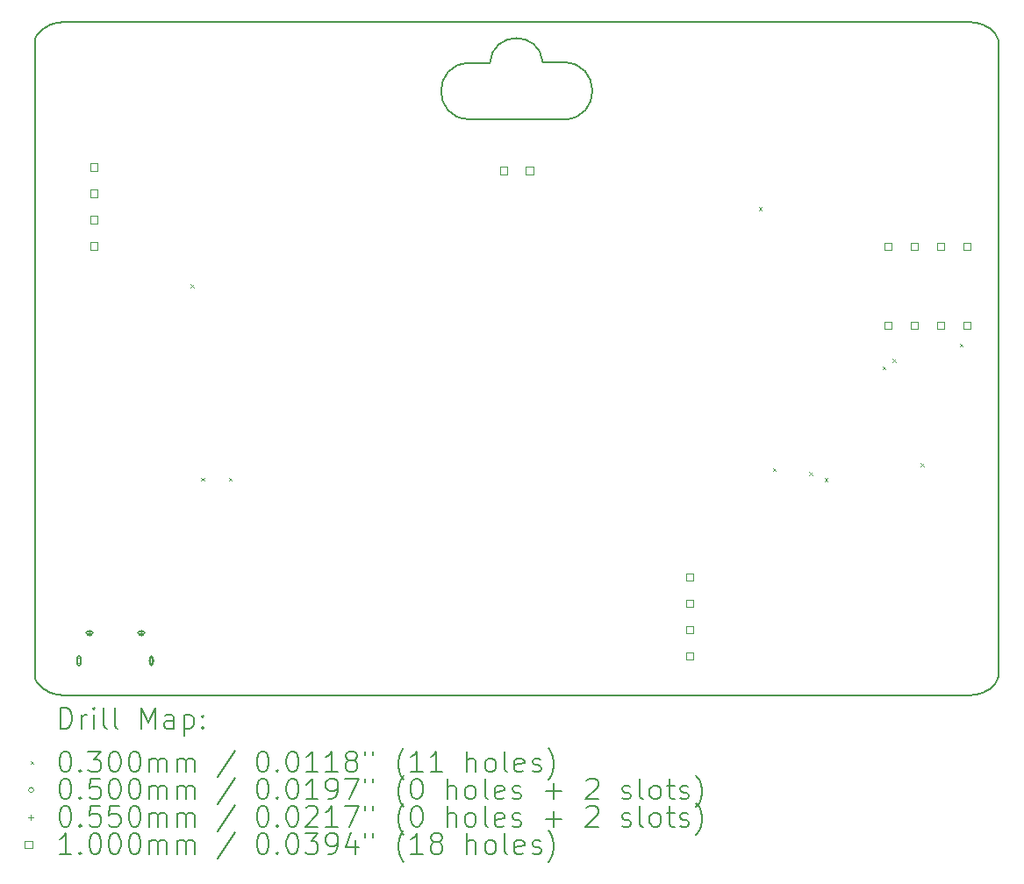
<source format=gbr>
%FSLAX45Y45*%
G04 Gerber Fmt 4.5, Leading zero omitted, Abs format (unit mm)*
G04 Created by KiCad (PCBNEW (6.0.0)) date 2022-02-16 09:51:41*
%MOMM*%
%LPD*%
G01*
G04 APERTURE LIST*
%TA.AperFunction,Profile*%
%ADD10C,0.150000*%
%TD*%
%ADD11C,0.200000*%
%TA.AperFunction,Profile*%
%ADD12C,0.200000*%
%TD*%
%ADD13C,0.030000*%
%ADD14C,0.050000*%
%ADD15C,0.055000*%
%ADD16C,0.100000*%
G04 APERTURE END LIST*
D10*
X15709662Y-7083487D02*
X14786662Y-7080487D01*
X14791667Y-6536481D02*
X14992662Y-6536487D01*
X15703662Y-6532487D02*
X15502662Y-6531487D01*
X15502662Y-6531487D02*
G75*
G03*
X14992662Y-6536487I-254802J-22701D01*
G01*
X14791667Y-6539480D02*
G75*
G03*
X14786662Y-7080487I0J-270527D01*
G01*
X15709662Y-7083487D02*
G75*
G03*
X15703662Y-6532487I-4164J275487D01*
G01*
D11*
X19900999Y-12441083D02*
X19899456Y-12461785D01*
X19894925Y-12481876D01*
X19887556Y-12501256D01*
X19877496Y-12519825D01*
X19864894Y-12537482D01*
X19849899Y-12554129D01*
X19832660Y-12569665D01*
X19813324Y-12583990D01*
X19792041Y-12597004D01*
X19768958Y-12608607D01*
X19744225Y-12618699D01*
X19717990Y-12627181D01*
X19690401Y-12633951D01*
X19661607Y-12638911D01*
X19631757Y-12641961D01*
X19600999Y-12642999D01*
X19600999Y-6143000D02*
X19631757Y-6144039D01*
X19661607Y-6147088D01*
X19690401Y-6152048D01*
X19717990Y-6158819D01*
X19744225Y-6167300D01*
X19768958Y-6177393D01*
X19792041Y-6188996D01*
X19813324Y-6202010D01*
X19832660Y-6216335D01*
X19849899Y-6231871D01*
X19864894Y-6248517D01*
X19877496Y-6266175D01*
X19887556Y-6284744D01*
X19894925Y-6304123D01*
X19899456Y-6324214D01*
X19900999Y-6344916D01*
D12*
X10901000Y-6143000D02*
X10901000Y-6143000D01*
D11*
X10901000Y-12642999D02*
X10870242Y-12641961D01*
X10840392Y-12638911D01*
X10811598Y-12633951D01*
X10784009Y-12627181D01*
X10757774Y-12618699D01*
X10733041Y-12608607D01*
X10709958Y-12597004D01*
X10688675Y-12583990D01*
X10669339Y-12569665D01*
X10652099Y-12554129D01*
X10637104Y-12537482D01*
X10624503Y-12519825D01*
X10614443Y-12501256D01*
X10607073Y-12481876D01*
X10602543Y-12461785D01*
X10601000Y-12441083D01*
D12*
X19600999Y-12642999D02*
X10901000Y-12642999D01*
X19900999Y-6344916D02*
X19900999Y-12441083D01*
D11*
X10601000Y-6344916D02*
X10602543Y-6324214D01*
X10607073Y-6304123D01*
X10614443Y-6284744D01*
X10624503Y-6266175D01*
X10637104Y-6248517D01*
X10652099Y-6231871D01*
X10669339Y-6216335D01*
X10688675Y-6202010D01*
X10709958Y-6188996D01*
X10733041Y-6177393D01*
X10757774Y-6167300D01*
X10784009Y-6158819D01*
X10811598Y-6152048D01*
X10840392Y-6147088D01*
X10870242Y-6144039D01*
X10901000Y-6143000D01*
D12*
X10601000Y-12441083D02*
X10601000Y-6344916D01*
X10901000Y-6143000D02*
X19600999Y-6143000D01*
D11*
D13*
X12105000Y-8675000D02*
X12135000Y-8705000D01*
X12135000Y-8675000D02*
X12105000Y-8705000D01*
X12204000Y-10544000D02*
X12234000Y-10574000D01*
X12234000Y-10544000D02*
X12204000Y-10574000D01*
X12474000Y-10542000D02*
X12504000Y-10572000D01*
X12504000Y-10542000D02*
X12474000Y-10572000D01*
X17585000Y-7931000D02*
X17615000Y-7961000D01*
X17615000Y-7931000D02*
X17585000Y-7961000D01*
X17724000Y-10449000D02*
X17754000Y-10479000D01*
X17754000Y-10449000D02*
X17724000Y-10479000D01*
X18074000Y-10488630D02*
X18104000Y-10518630D01*
X18104000Y-10488630D02*
X18074000Y-10518630D01*
X18223000Y-10547000D02*
X18253000Y-10577000D01*
X18253000Y-10547000D02*
X18223000Y-10577000D01*
X18782000Y-9469000D02*
X18812000Y-9499000D01*
X18812000Y-9469000D02*
X18782000Y-9499000D01*
X18880000Y-9396000D02*
X18910000Y-9426000D01*
X18910000Y-9396000D02*
X18880000Y-9426000D01*
X19149300Y-10401540D02*
X19179300Y-10431540D01*
X19179300Y-10401540D02*
X19149300Y-10431540D01*
X19527000Y-9248000D02*
X19557000Y-9278000D01*
X19557000Y-9248000D02*
X19527000Y-9278000D01*
D14*
X11052676Y-12309854D02*
G75*
G03*
X11052676Y-12309854I-25000J0D01*
G01*
D11*
X11042676Y-12342354D02*
X11042676Y-12277354D01*
X11012676Y-12342354D02*
X11012676Y-12277354D01*
X11042676Y-12277354D02*
G75*
G03*
X11012676Y-12277354I-15000J0D01*
G01*
X11012676Y-12342354D02*
G75*
G03*
X11042676Y-12342354I15000J0D01*
G01*
D14*
X11752676Y-12309854D02*
G75*
G03*
X11752676Y-12309854I-25000J0D01*
G01*
D11*
X11742676Y-12342354D02*
X11742676Y-12277354D01*
X11712676Y-12342354D02*
X11712676Y-12277354D01*
X11742676Y-12277354D02*
G75*
G03*
X11712676Y-12277354I-15000J0D01*
G01*
X11712676Y-12342354D02*
G75*
G03*
X11742676Y-12342354I15000J0D01*
G01*
D15*
X11127676Y-12012354D02*
X11127676Y-12067354D01*
X11100176Y-12039854D02*
X11155176Y-12039854D01*
D11*
X11142676Y-12022354D02*
X11112676Y-12022354D01*
X11142676Y-12057354D02*
X11112676Y-12057354D01*
X11112676Y-12022354D02*
G75*
G03*
X11112676Y-12057354I0J-17500D01*
G01*
X11142676Y-12057354D02*
G75*
G03*
X11142676Y-12022354I0J17500D01*
G01*
D15*
X11627676Y-12012354D02*
X11627676Y-12067354D01*
X11600176Y-12039854D02*
X11655176Y-12039854D01*
D11*
X11642676Y-12022354D02*
X11612676Y-12022354D01*
X11642676Y-12057354D02*
X11612676Y-12057354D01*
X11612676Y-12022354D02*
G75*
G03*
X11612676Y-12057354I0J-17500D01*
G01*
X11642676Y-12057354D02*
G75*
G03*
X11642676Y-12022354I0J17500D01*
G01*
D16*
X11206276Y-7579156D02*
X11206276Y-7508444D01*
X11135564Y-7508444D01*
X11135564Y-7579156D01*
X11206276Y-7579156D01*
X11206276Y-7833156D02*
X11206276Y-7762444D01*
X11135564Y-7762444D01*
X11135564Y-7833156D01*
X11206276Y-7833156D01*
X11206276Y-8087156D02*
X11206276Y-8016444D01*
X11135564Y-8016444D01*
X11135564Y-8087156D01*
X11206276Y-8087156D01*
X11206276Y-8341156D02*
X11206276Y-8270444D01*
X11135564Y-8270444D01*
X11135564Y-8341156D01*
X11206276Y-8341156D01*
X15160356Y-7611356D02*
X15160356Y-7540644D01*
X15089644Y-7540644D01*
X15089644Y-7611356D01*
X15160356Y-7611356D01*
X15410356Y-7611356D02*
X15410356Y-7540644D01*
X15339644Y-7540644D01*
X15339644Y-7611356D01*
X15410356Y-7611356D01*
X16954876Y-11537936D02*
X16954876Y-11467224D01*
X16884164Y-11467224D01*
X16884164Y-11537936D01*
X16954876Y-11537936D01*
X16954876Y-11791936D02*
X16954876Y-11721224D01*
X16884164Y-11721224D01*
X16884164Y-11791936D01*
X16954876Y-11791936D01*
X16954876Y-12045936D02*
X16954876Y-11975224D01*
X16884164Y-11975224D01*
X16884164Y-12045936D01*
X16954876Y-12045936D01*
X16954876Y-12299936D02*
X16954876Y-12229224D01*
X16884164Y-12229224D01*
X16884164Y-12299936D01*
X16954876Y-12299936D01*
X18867916Y-8343696D02*
X18867916Y-8272984D01*
X18797204Y-8272984D01*
X18797204Y-8343696D01*
X18867916Y-8343696D01*
X18867916Y-9105696D02*
X18867916Y-9034984D01*
X18797204Y-9034984D01*
X18797204Y-9105696D01*
X18867916Y-9105696D01*
X19121916Y-8343696D02*
X19121916Y-8272984D01*
X19051204Y-8272984D01*
X19051204Y-8343696D01*
X19121916Y-8343696D01*
X19121916Y-9105696D02*
X19121916Y-9034984D01*
X19051204Y-9034984D01*
X19051204Y-9105696D01*
X19121916Y-9105696D01*
X19375916Y-8343696D02*
X19375916Y-8272984D01*
X19305204Y-8272984D01*
X19305204Y-8343696D01*
X19375916Y-8343696D01*
X19375916Y-9105696D02*
X19375916Y-9034984D01*
X19305204Y-9034984D01*
X19305204Y-9105696D01*
X19375916Y-9105696D01*
X19629916Y-8343696D02*
X19629916Y-8272984D01*
X19559204Y-8272984D01*
X19559204Y-8343696D01*
X19629916Y-8343696D01*
X19629916Y-9105696D02*
X19629916Y-9034984D01*
X19559204Y-9034984D01*
X19559204Y-9105696D01*
X19629916Y-9105696D01*
D11*
X10848619Y-12963476D02*
X10848619Y-12763476D01*
X10896238Y-12763476D01*
X10924809Y-12772999D01*
X10943857Y-12792047D01*
X10953381Y-12811095D01*
X10962904Y-12849190D01*
X10962904Y-12877761D01*
X10953381Y-12915857D01*
X10943857Y-12934904D01*
X10924809Y-12953952D01*
X10896238Y-12963476D01*
X10848619Y-12963476D01*
X11048619Y-12963476D02*
X11048619Y-12830142D01*
X11048619Y-12868237D02*
X11058142Y-12849190D01*
X11067666Y-12839666D01*
X11086714Y-12830142D01*
X11105762Y-12830142D01*
X11172428Y-12963476D02*
X11172428Y-12830142D01*
X11172428Y-12763476D02*
X11162904Y-12772999D01*
X11172428Y-12782523D01*
X11181952Y-12772999D01*
X11172428Y-12763476D01*
X11172428Y-12782523D01*
X11296238Y-12963476D02*
X11277190Y-12953952D01*
X11267666Y-12934904D01*
X11267666Y-12763476D01*
X11401000Y-12963476D02*
X11381952Y-12953952D01*
X11372428Y-12934904D01*
X11372428Y-12763476D01*
X11629571Y-12963476D02*
X11629571Y-12763476D01*
X11696238Y-12906333D01*
X11762904Y-12763476D01*
X11762904Y-12963476D01*
X11943857Y-12963476D02*
X11943857Y-12858714D01*
X11934333Y-12839666D01*
X11915285Y-12830142D01*
X11877190Y-12830142D01*
X11858142Y-12839666D01*
X11943857Y-12953952D02*
X11924809Y-12963476D01*
X11877190Y-12963476D01*
X11858142Y-12953952D01*
X11848619Y-12934904D01*
X11848619Y-12915857D01*
X11858142Y-12896809D01*
X11877190Y-12887285D01*
X11924809Y-12887285D01*
X11943857Y-12877761D01*
X12039095Y-12830142D02*
X12039095Y-13030142D01*
X12039095Y-12839666D02*
X12058142Y-12830142D01*
X12096238Y-12830142D01*
X12115285Y-12839666D01*
X12124809Y-12849190D01*
X12134333Y-12868237D01*
X12134333Y-12925380D01*
X12124809Y-12944428D01*
X12115285Y-12953952D01*
X12096238Y-12963476D01*
X12058142Y-12963476D01*
X12039095Y-12953952D01*
X12220047Y-12944428D02*
X12229571Y-12953952D01*
X12220047Y-12963476D01*
X12210523Y-12953952D01*
X12220047Y-12944428D01*
X12220047Y-12963476D01*
X12220047Y-12839666D02*
X12229571Y-12849190D01*
X12220047Y-12858714D01*
X12210523Y-12849190D01*
X12220047Y-12839666D01*
X12220047Y-12858714D01*
D13*
X10561000Y-13277999D02*
X10591000Y-13307999D01*
X10591000Y-13277999D02*
X10561000Y-13307999D01*
D11*
X10886714Y-13183476D02*
X10905762Y-13183476D01*
X10924809Y-13192999D01*
X10934333Y-13202523D01*
X10943857Y-13221571D01*
X10953381Y-13259666D01*
X10953381Y-13307285D01*
X10943857Y-13345380D01*
X10934333Y-13364428D01*
X10924809Y-13373952D01*
X10905762Y-13383476D01*
X10886714Y-13383476D01*
X10867666Y-13373952D01*
X10858142Y-13364428D01*
X10848619Y-13345380D01*
X10839095Y-13307285D01*
X10839095Y-13259666D01*
X10848619Y-13221571D01*
X10858142Y-13202523D01*
X10867666Y-13192999D01*
X10886714Y-13183476D01*
X11039095Y-13364428D02*
X11048619Y-13373952D01*
X11039095Y-13383476D01*
X11029571Y-13373952D01*
X11039095Y-13364428D01*
X11039095Y-13383476D01*
X11115285Y-13183476D02*
X11239095Y-13183476D01*
X11172428Y-13259666D01*
X11201000Y-13259666D01*
X11220047Y-13269190D01*
X11229571Y-13278714D01*
X11239095Y-13297761D01*
X11239095Y-13345380D01*
X11229571Y-13364428D01*
X11220047Y-13373952D01*
X11201000Y-13383476D01*
X11143857Y-13383476D01*
X11124809Y-13373952D01*
X11115285Y-13364428D01*
X11362904Y-13183476D02*
X11381952Y-13183476D01*
X11401000Y-13192999D01*
X11410523Y-13202523D01*
X11420047Y-13221571D01*
X11429571Y-13259666D01*
X11429571Y-13307285D01*
X11420047Y-13345380D01*
X11410523Y-13364428D01*
X11401000Y-13373952D01*
X11381952Y-13383476D01*
X11362904Y-13383476D01*
X11343857Y-13373952D01*
X11334333Y-13364428D01*
X11324809Y-13345380D01*
X11315285Y-13307285D01*
X11315285Y-13259666D01*
X11324809Y-13221571D01*
X11334333Y-13202523D01*
X11343857Y-13192999D01*
X11362904Y-13183476D01*
X11553380Y-13183476D02*
X11572428Y-13183476D01*
X11591476Y-13192999D01*
X11601000Y-13202523D01*
X11610523Y-13221571D01*
X11620047Y-13259666D01*
X11620047Y-13307285D01*
X11610523Y-13345380D01*
X11601000Y-13364428D01*
X11591476Y-13373952D01*
X11572428Y-13383476D01*
X11553380Y-13383476D01*
X11534333Y-13373952D01*
X11524809Y-13364428D01*
X11515285Y-13345380D01*
X11505761Y-13307285D01*
X11505761Y-13259666D01*
X11515285Y-13221571D01*
X11524809Y-13202523D01*
X11534333Y-13192999D01*
X11553380Y-13183476D01*
X11705761Y-13383476D02*
X11705761Y-13250142D01*
X11705761Y-13269190D02*
X11715285Y-13259666D01*
X11734333Y-13250142D01*
X11762904Y-13250142D01*
X11781952Y-13259666D01*
X11791476Y-13278714D01*
X11791476Y-13383476D01*
X11791476Y-13278714D02*
X11801000Y-13259666D01*
X11820047Y-13250142D01*
X11848619Y-13250142D01*
X11867666Y-13259666D01*
X11877190Y-13278714D01*
X11877190Y-13383476D01*
X11972428Y-13383476D02*
X11972428Y-13250142D01*
X11972428Y-13269190D02*
X11981952Y-13259666D01*
X12001000Y-13250142D01*
X12029571Y-13250142D01*
X12048619Y-13259666D01*
X12058142Y-13278714D01*
X12058142Y-13383476D01*
X12058142Y-13278714D02*
X12067666Y-13259666D01*
X12086714Y-13250142D01*
X12115285Y-13250142D01*
X12134333Y-13259666D01*
X12143857Y-13278714D01*
X12143857Y-13383476D01*
X12534333Y-13173952D02*
X12362904Y-13431095D01*
X12791476Y-13183476D02*
X12810523Y-13183476D01*
X12829571Y-13192999D01*
X12839095Y-13202523D01*
X12848619Y-13221571D01*
X12858142Y-13259666D01*
X12858142Y-13307285D01*
X12848619Y-13345380D01*
X12839095Y-13364428D01*
X12829571Y-13373952D01*
X12810523Y-13383476D01*
X12791476Y-13383476D01*
X12772428Y-13373952D01*
X12762904Y-13364428D01*
X12753380Y-13345380D01*
X12743857Y-13307285D01*
X12743857Y-13259666D01*
X12753380Y-13221571D01*
X12762904Y-13202523D01*
X12772428Y-13192999D01*
X12791476Y-13183476D01*
X12943857Y-13364428D02*
X12953380Y-13373952D01*
X12943857Y-13383476D01*
X12934333Y-13373952D01*
X12943857Y-13364428D01*
X12943857Y-13383476D01*
X13077190Y-13183476D02*
X13096238Y-13183476D01*
X13115285Y-13192999D01*
X13124809Y-13202523D01*
X13134333Y-13221571D01*
X13143857Y-13259666D01*
X13143857Y-13307285D01*
X13134333Y-13345380D01*
X13124809Y-13364428D01*
X13115285Y-13373952D01*
X13096238Y-13383476D01*
X13077190Y-13383476D01*
X13058142Y-13373952D01*
X13048619Y-13364428D01*
X13039095Y-13345380D01*
X13029571Y-13307285D01*
X13029571Y-13259666D01*
X13039095Y-13221571D01*
X13048619Y-13202523D01*
X13058142Y-13192999D01*
X13077190Y-13183476D01*
X13334333Y-13383476D02*
X13220047Y-13383476D01*
X13277190Y-13383476D02*
X13277190Y-13183476D01*
X13258142Y-13212047D01*
X13239095Y-13231095D01*
X13220047Y-13240618D01*
X13524809Y-13383476D02*
X13410523Y-13383476D01*
X13467666Y-13383476D02*
X13467666Y-13183476D01*
X13448619Y-13212047D01*
X13429571Y-13231095D01*
X13410523Y-13240618D01*
X13639095Y-13269190D02*
X13620047Y-13259666D01*
X13610523Y-13250142D01*
X13601000Y-13231095D01*
X13601000Y-13221571D01*
X13610523Y-13202523D01*
X13620047Y-13192999D01*
X13639095Y-13183476D01*
X13677190Y-13183476D01*
X13696238Y-13192999D01*
X13705761Y-13202523D01*
X13715285Y-13221571D01*
X13715285Y-13231095D01*
X13705761Y-13250142D01*
X13696238Y-13259666D01*
X13677190Y-13269190D01*
X13639095Y-13269190D01*
X13620047Y-13278714D01*
X13610523Y-13288237D01*
X13601000Y-13307285D01*
X13601000Y-13345380D01*
X13610523Y-13364428D01*
X13620047Y-13373952D01*
X13639095Y-13383476D01*
X13677190Y-13383476D01*
X13696238Y-13373952D01*
X13705761Y-13364428D01*
X13715285Y-13345380D01*
X13715285Y-13307285D01*
X13705761Y-13288237D01*
X13696238Y-13278714D01*
X13677190Y-13269190D01*
X13791476Y-13183476D02*
X13791476Y-13221571D01*
X13867666Y-13183476D02*
X13867666Y-13221571D01*
X14162904Y-13459666D02*
X14153380Y-13450142D01*
X14134333Y-13421571D01*
X14124809Y-13402523D01*
X14115285Y-13373952D01*
X14105761Y-13326333D01*
X14105761Y-13288237D01*
X14115285Y-13240618D01*
X14124809Y-13212047D01*
X14134333Y-13192999D01*
X14153380Y-13164428D01*
X14162904Y-13154904D01*
X14343857Y-13383476D02*
X14229571Y-13383476D01*
X14286714Y-13383476D02*
X14286714Y-13183476D01*
X14267666Y-13212047D01*
X14248619Y-13231095D01*
X14229571Y-13240618D01*
X14534333Y-13383476D02*
X14420047Y-13383476D01*
X14477190Y-13383476D02*
X14477190Y-13183476D01*
X14458142Y-13212047D01*
X14439095Y-13231095D01*
X14420047Y-13240618D01*
X14772428Y-13383476D02*
X14772428Y-13183476D01*
X14858142Y-13383476D02*
X14858142Y-13278714D01*
X14848619Y-13259666D01*
X14829571Y-13250142D01*
X14800999Y-13250142D01*
X14781952Y-13259666D01*
X14772428Y-13269190D01*
X14981952Y-13383476D02*
X14962904Y-13373952D01*
X14953380Y-13364428D01*
X14943857Y-13345380D01*
X14943857Y-13288237D01*
X14953380Y-13269190D01*
X14962904Y-13259666D01*
X14981952Y-13250142D01*
X15010523Y-13250142D01*
X15029571Y-13259666D01*
X15039095Y-13269190D01*
X15048619Y-13288237D01*
X15048619Y-13345380D01*
X15039095Y-13364428D01*
X15029571Y-13373952D01*
X15010523Y-13383476D01*
X14981952Y-13383476D01*
X15162904Y-13383476D02*
X15143857Y-13373952D01*
X15134333Y-13354904D01*
X15134333Y-13183476D01*
X15315285Y-13373952D02*
X15296238Y-13383476D01*
X15258142Y-13383476D01*
X15239095Y-13373952D01*
X15229571Y-13354904D01*
X15229571Y-13278714D01*
X15239095Y-13259666D01*
X15258142Y-13250142D01*
X15296238Y-13250142D01*
X15315285Y-13259666D01*
X15324809Y-13278714D01*
X15324809Y-13297761D01*
X15229571Y-13316809D01*
X15400999Y-13373952D02*
X15420047Y-13383476D01*
X15458142Y-13383476D01*
X15477190Y-13373952D01*
X15486714Y-13354904D01*
X15486714Y-13345380D01*
X15477190Y-13326333D01*
X15458142Y-13316809D01*
X15429571Y-13316809D01*
X15410523Y-13307285D01*
X15400999Y-13288237D01*
X15400999Y-13278714D01*
X15410523Y-13259666D01*
X15429571Y-13250142D01*
X15458142Y-13250142D01*
X15477190Y-13259666D01*
X15553380Y-13459666D02*
X15562904Y-13450142D01*
X15581952Y-13421571D01*
X15591476Y-13402523D01*
X15600999Y-13373952D01*
X15610523Y-13326333D01*
X15610523Y-13288237D01*
X15600999Y-13240618D01*
X15591476Y-13212047D01*
X15581952Y-13192999D01*
X15562904Y-13164428D01*
X15553380Y-13154904D01*
D14*
X10591000Y-13556999D02*
G75*
G03*
X10591000Y-13556999I-25000J0D01*
G01*
D11*
X10886714Y-13447476D02*
X10905762Y-13447476D01*
X10924809Y-13456999D01*
X10934333Y-13466523D01*
X10943857Y-13485571D01*
X10953381Y-13523666D01*
X10953381Y-13571285D01*
X10943857Y-13609380D01*
X10934333Y-13628428D01*
X10924809Y-13637952D01*
X10905762Y-13647476D01*
X10886714Y-13647476D01*
X10867666Y-13637952D01*
X10858142Y-13628428D01*
X10848619Y-13609380D01*
X10839095Y-13571285D01*
X10839095Y-13523666D01*
X10848619Y-13485571D01*
X10858142Y-13466523D01*
X10867666Y-13456999D01*
X10886714Y-13447476D01*
X11039095Y-13628428D02*
X11048619Y-13637952D01*
X11039095Y-13647476D01*
X11029571Y-13637952D01*
X11039095Y-13628428D01*
X11039095Y-13647476D01*
X11229571Y-13447476D02*
X11134333Y-13447476D01*
X11124809Y-13542714D01*
X11134333Y-13533190D01*
X11153381Y-13523666D01*
X11201000Y-13523666D01*
X11220047Y-13533190D01*
X11229571Y-13542714D01*
X11239095Y-13561761D01*
X11239095Y-13609380D01*
X11229571Y-13628428D01*
X11220047Y-13637952D01*
X11201000Y-13647476D01*
X11153381Y-13647476D01*
X11134333Y-13637952D01*
X11124809Y-13628428D01*
X11362904Y-13447476D02*
X11381952Y-13447476D01*
X11401000Y-13456999D01*
X11410523Y-13466523D01*
X11420047Y-13485571D01*
X11429571Y-13523666D01*
X11429571Y-13571285D01*
X11420047Y-13609380D01*
X11410523Y-13628428D01*
X11401000Y-13637952D01*
X11381952Y-13647476D01*
X11362904Y-13647476D01*
X11343857Y-13637952D01*
X11334333Y-13628428D01*
X11324809Y-13609380D01*
X11315285Y-13571285D01*
X11315285Y-13523666D01*
X11324809Y-13485571D01*
X11334333Y-13466523D01*
X11343857Y-13456999D01*
X11362904Y-13447476D01*
X11553380Y-13447476D02*
X11572428Y-13447476D01*
X11591476Y-13456999D01*
X11601000Y-13466523D01*
X11610523Y-13485571D01*
X11620047Y-13523666D01*
X11620047Y-13571285D01*
X11610523Y-13609380D01*
X11601000Y-13628428D01*
X11591476Y-13637952D01*
X11572428Y-13647476D01*
X11553380Y-13647476D01*
X11534333Y-13637952D01*
X11524809Y-13628428D01*
X11515285Y-13609380D01*
X11505761Y-13571285D01*
X11505761Y-13523666D01*
X11515285Y-13485571D01*
X11524809Y-13466523D01*
X11534333Y-13456999D01*
X11553380Y-13447476D01*
X11705761Y-13647476D02*
X11705761Y-13514142D01*
X11705761Y-13533190D02*
X11715285Y-13523666D01*
X11734333Y-13514142D01*
X11762904Y-13514142D01*
X11781952Y-13523666D01*
X11791476Y-13542714D01*
X11791476Y-13647476D01*
X11791476Y-13542714D02*
X11801000Y-13523666D01*
X11820047Y-13514142D01*
X11848619Y-13514142D01*
X11867666Y-13523666D01*
X11877190Y-13542714D01*
X11877190Y-13647476D01*
X11972428Y-13647476D02*
X11972428Y-13514142D01*
X11972428Y-13533190D02*
X11981952Y-13523666D01*
X12001000Y-13514142D01*
X12029571Y-13514142D01*
X12048619Y-13523666D01*
X12058142Y-13542714D01*
X12058142Y-13647476D01*
X12058142Y-13542714D02*
X12067666Y-13523666D01*
X12086714Y-13514142D01*
X12115285Y-13514142D01*
X12134333Y-13523666D01*
X12143857Y-13542714D01*
X12143857Y-13647476D01*
X12534333Y-13437952D02*
X12362904Y-13695095D01*
X12791476Y-13447476D02*
X12810523Y-13447476D01*
X12829571Y-13456999D01*
X12839095Y-13466523D01*
X12848619Y-13485571D01*
X12858142Y-13523666D01*
X12858142Y-13571285D01*
X12848619Y-13609380D01*
X12839095Y-13628428D01*
X12829571Y-13637952D01*
X12810523Y-13647476D01*
X12791476Y-13647476D01*
X12772428Y-13637952D01*
X12762904Y-13628428D01*
X12753380Y-13609380D01*
X12743857Y-13571285D01*
X12743857Y-13523666D01*
X12753380Y-13485571D01*
X12762904Y-13466523D01*
X12772428Y-13456999D01*
X12791476Y-13447476D01*
X12943857Y-13628428D02*
X12953380Y-13637952D01*
X12943857Y-13647476D01*
X12934333Y-13637952D01*
X12943857Y-13628428D01*
X12943857Y-13647476D01*
X13077190Y-13447476D02*
X13096238Y-13447476D01*
X13115285Y-13456999D01*
X13124809Y-13466523D01*
X13134333Y-13485571D01*
X13143857Y-13523666D01*
X13143857Y-13571285D01*
X13134333Y-13609380D01*
X13124809Y-13628428D01*
X13115285Y-13637952D01*
X13096238Y-13647476D01*
X13077190Y-13647476D01*
X13058142Y-13637952D01*
X13048619Y-13628428D01*
X13039095Y-13609380D01*
X13029571Y-13571285D01*
X13029571Y-13523666D01*
X13039095Y-13485571D01*
X13048619Y-13466523D01*
X13058142Y-13456999D01*
X13077190Y-13447476D01*
X13334333Y-13647476D02*
X13220047Y-13647476D01*
X13277190Y-13647476D02*
X13277190Y-13447476D01*
X13258142Y-13476047D01*
X13239095Y-13495095D01*
X13220047Y-13504618D01*
X13429571Y-13647476D02*
X13467666Y-13647476D01*
X13486714Y-13637952D01*
X13496238Y-13628428D01*
X13515285Y-13599857D01*
X13524809Y-13561761D01*
X13524809Y-13485571D01*
X13515285Y-13466523D01*
X13505761Y-13456999D01*
X13486714Y-13447476D01*
X13448619Y-13447476D01*
X13429571Y-13456999D01*
X13420047Y-13466523D01*
X13410523Y-13485571D01*
X13410523Y-13533190D01*
X13420047Y-13552237D01*
X13429571Y-13561761D01*
X13448619Y-13571285D01*
X13486714Y-13571285D01*
X13505761Y-13561761D01*
X13515285Y-13552237D01*
X13524809Y-13533190D01*
X13591476Y-13447476D02*
X13724809Y-13447476D01*
X13639095Y-13647476D01*
X13791476Y-13447476D02*
X13791476Y-13485571D01*
X13867666Y-13447476D02*
X13867666Y-13485571D01*
X14162904Y-13723666D02*
X14153380Y-13714142D01*
X14134333Y-13685571D01*
X14124809Y-13666523D01*
X14115285Y-13637952D01*
X14105761Y-13590333D01*
X14105761Y-13552237D01*
X14115285Y-13504618D01*
X14124809Y-13476047D01*
X14134333Y-13456999D01*
X14153380Y-13428428D01*
X14162904Y-13418904D01*
X14277190Y-13447476D02*
X14296238Y-13447476D01*
X14315285Y-13456999D01*
X14324809Y-13466523D01*
X14334333Y-13485571D01*
X14343857Y-13523666D01*
X14343857Y-13571285D01*
X14334333Y-13609380D01*
X14324809Y-13628428D01*
X14315285Y-13637952D01*
X14296238Y-13647476D01*
X14277190Y-13647476D01*
X14258142Y-13637952D01*
X14248619Y-13628428D01*
X14239095Y-13609380D01*
X14229571Y-13571285D01*
X14229571Y-13523666D01*
X14239095Y-13485571D01*
X14248619Y-13466523D01*
X14258142Y-13456999D01*
X14277190Y-13447476D01*
X14581952Y-13647476D02*
X14581952Y-13447476D01*
X14667666Y-13647476D02*
X14667666Y-13542714D01*
X14658142Y-13523666D01*
X14639095Y-13514142D01*
X14610523Y-13514142D01*
X14591476Y-13523666D01*
X14581952Y-13533190D01*
X14791476Y-13647476D02*
X14772428Y-13637952D01*
X14762904Y-13628428D01*
X14753380Y-13609380D01*
X14753380Y-13552237D01*
X14762904Y-13533190D01*
X14772428Y-13523666D01*
X14791476Y-13514142D01*
X14820047Y-13514142D01*
X14839095Y-13523666D01*
X14848619Y-13533190D01*
X14858142Y-13552237D01*
X14858142Y-13609380D01*
X14848619Y-13628428D01*
X14839095Y-13637952D01*
X14820047Y-13647476D01*
X14791476Y-13647476D01*
X14972428Y-13647476D02*
X14953380Y-13637952D01*
X14943857Y-13618904D01*
X14943857Y-13447476D01*
X15124809Y-13637952D02*
X15105761Y-13647476D01*
X15067666Y-13647476D01*
X15048619Y-13637952D01*
X15039095Y-13618904D01*
X15039095Y-13542714D01*
X15048619Y-13523666D01*
X15067666Y-13514142D01*
X15105761Y-13514142D01*
X15124809Y-13523666D01*
X15134333Y-13542714D01*
X15134333Y-13561761D01*
X15039095Y-13580809D01*
X15210523Y-13637952D02*
X15229571Y-13647476D01*
X15267666Y-13647476D01*
X15286714Y-13637952D01*
X15296238Y-13618904D01*
X15296238Y-13609380D01*
X15286714Y-13590333D01*
X15267666Y-13580809D01*
X15239095Y-13580809D01*
X15220047Y-13571285D01*
X15210523Y-13552237D01*
X15210523Y-13542714D01*
X15220047Y-13523666D01*
X15239095Y-13514142D01*
X15267666Y-13514142D01*
X15286714Y-13523666D01*
X15534333Y-13571285D02*
X15686714Y-13571285D01*
X15610523Y-13647476D02*
X15610523Y-13495095D01*
X15924809Y-13466523D02*
X15934333Y-13456999D01*
X15953380Y-13447476D01*
X16000999Y-13447476D01*
X16020047Y-13456999D01*
X16029571Y-13466523D01*
X16039095Y-13485571D01*
X16039095Y-13504618D01*
X16029571Y-13533190D01*
X15915285Y-13647476D01*
X16039095Y-13647476D01*
X16267666Y-13637952D02*
X16286714Y-13647476D01*
X16324809Y-13647476D01*
X16343857Y-13637952D01*
X16353380Y-13618904D01*
X16353380Y-13609380D01*
X16343857Y-13590333D01*
X16324809Y-13580809D01*
X16296238Y-13580809D01*
X16277190Y-13571285D01*
X16267666Y-13552237D01*
X16267666Y-13542714D01*
X16277190Y-13523666D01*
X16296238Y-13514142D01*
X16324809Y-13514142D01*
X16343857Y-13523666D01*
X16467666Y-13647476D02*
X16448619Y-13637952D01*
X16439095Y-13618904D01*
X16439095Y-13447476D01*
X16572428Y-13647476D02*
X16553380Y-13637952D01*
X16543857Y-13628428D01*
X16534333Y-13609380D01*
X16534333Y-13552237D01*
X16543857Y-13533190D01*
X16553380Y-13523666D01*
X16572428Y-13514142D01*
X16600999Y-13514142D01*
X16620047Y-13523666D01*
X16629571Y-13533190D01*
X16639095Y-13552237D01*
X16639095Y-13609380D01*
X16629571Y-13628428D01*
X16620047Y-13637952D01*
X16600999Y-13647476D01*
X16572428Y-13647476D01*
X16696238Y-13514142D02*
X16772428Y-13514142D01*
X16724809Y-13447476D02*
X16724809Y-13618904D01*
X16734333Y-13637952D01*
X16753380Y-13647476D01*
X16772428Y-13647476D01*
X16829571Y-13637952D02*
X16848619Y-13647476D01*
X16886714Y-13647476D01*
X16905762Y-13637952D01*
X16915285Y-13618904D01*
X16915285Y-13609380D01*
X16905762Y-13590333D01*
X16886714Y-13580809D01*
X16858142Y-13580809D01*
X16839095Y-13571285D01*
X16829571Y-13552237D01*
X16829571Y-13542714D01*
X16839095Y-13523666D01*
X16858142Y-13514142D01*
X16886714Y-13514142D01*
X16905762Y-13523666D01*
X16981952Y-13723666D02*
X16991476Y-13714142D01*
X17010523Y-13685571D01*
X17020047Y-13666523D01*
X17029571Y-13637952D01*
X17039095Y-13590333D01*
X17039095Y-13552237D01*
X17029571Y-13504618D01*
X17020047Y-13476047D01*
X17010523Y-13456999D01*
X16991476Y-13428428D01*
X16981952Y-13418904D01*
D15*
X10563500Y-13793499D02*
X10563500Y-13848499D01*
X10536000Y-13820999D02*
X10591000Y-13820999D01*
D11*
X10886714Y-13711476D02*
X10905762Y-13711476D01*
X10924809Y-13720999D01*
X10934333Y-13730523D01*
X10943857Y-13749571D01*
X10953381Y-13787666D01*
X10953381Y-13835285D01*
X10943857Y-13873380D01*
X10934333Y-13892428D01*
X10924809Y-13901952D01*
X10905762Y-13911476D01*
X10886714Y-13911476D01*
X10867666Y-13901952D01*
X10858142Y-13892428D01*
X10848619Y-13873380D01*
X10839095Y-13835285D01*
X10839095Y-13787666D01*
X10848619Y-13749571D01*
X10858142Y-13730523D01*
X10867666Y-13720999D01*
X10886714Y-13711476D01*
X11039095Y-13892428D02*
X11048619Y-13901952D01*
X11039095Y-13911476D01*
X11029571Y-13901952D01*
X11039095Y-13892428D01*
X11039095Y-13911476D01*
X11229571Y-13711476D02*
X11134333Y-13711476D01*
X11124809Y-13806714D01*
X11134333Y-13797190D01*
X11153381Y-13787666D01*
X11201000Y-13787666D01*
X11220047Y-13797190D01*
X11229571Y-13806714D01*
X11239095Y-13825761D01*
X11239095Y-13873380D01*
X11229571Y-13892428D01*
X11220047Y-13901952D01*
X11201000Y-13911476D01*
X11153381Y-13911476D01*
X11134333Y-13901952D01*
X11124809Y-13892428D01*
X11420047Y-13711476D02*
X11324809Y-13711476D01*
X11315285Y-13806714D01*
X11324809Y-13797190D01*
X11343857Y-13787666D01*
X11391476Y-13787666D01*
X11410523Y-13797190D01*
X11420047Y-13806714D01*
X11429571Y-13825761D01*
X11429571Y-13873380D01*
X11420047Y-13892428D01*
X11410523Y-13901952D01*
X11391476Y-13911476D01*
X11343857Y-13911476D01*
X11324809Y-13901952D01*
X11315285Y-13892428D01*
X11553380Y-13711476D02*
X11572428Y-13711476D01*
X11591476Y-13720999D01*
X11601000Y-13730523D01*
X11610523Y-13749571D01*
X11620047Y-13787666D01*
X11620047Y-13835285D01*
X11610523Y-13873380D01*
X11601000Y-13892428D01*
X11591476Y-13901952D01*
X11572428Y-13911476D01*
X11553380Y-13911476D01*
X11534333Y-13901952D01*
X11524809Y-13892428D01*
X11515285Y-13873380D01*
X11505761Y-13835285D01*
X11505761Y-13787666D01*
X11515285Y-13749571D01*
X11524809Y-13730523D01*
X11534333Y-13720999D01*
X11553380Y-13711476D01*
X11705761Y-13911476D02*
X11705761Y-13778142D01*
X11705761Y-13797190D02*
X11715285Y-13787666D01*
X11734333Y-13778142D01*
X11762904Y-13778142D01*
X11781952Y-13787666D01*
X11791476Y-13806714D01*
X11791476Y-13911476D01*
X11791476Y-13806714D02*
X11801000Y-13787666D01*
X11820047Y-13778142D01*
X11848619Y-13778142D01*
X11867666Y-13787666D01*
X11877190Y-13806714D01*
X11877190Y-13911476D01*
X11972428Y-13911476D02*
X11972428Y-13778142D01*
X11972428Y-13797190D02*
X11981952Y-13787666D01*
X12001000Y-13778142D01*
X12029571Y-13778142D01*
X12048619Y-13787666D01*
X12058142Y-13806714D01*
X12058142Y-13911476D01*
X12058142Y-13806714D02*
X12067666Y-13787666D01*
X12086714Y-13778142D01*
X12115285Y-13778142D01*
X12134333Y-13787666D01*
X12143857Y-13806714D01*
X12143857Y-13911476D01*
X12534333Y-13701952D02*
X12362904Y-13959095D01*
X12791476Y-13711476D02*
X12810523Y-13711476D01*
X12829571Y-13720999D01*
X12839095Y-13730523D01*
X12848619Y-13749571D01*
X12858142Y-13787666D01*
X12858142Y-13835285D01*
X12848619Y-13873380D01*
X12839095Y-13892428D01*
X12829571Y-13901952D01*
X12810523Y-13911476D01*
X12791476Y-13911476D01*
X12772428Y-13901952D01*
X12762904Y-13892428D01*
X12753380Y-13873380D01*
X12743857Y-13835285D01*
X12743857Y-13787666D01*
X12753380Y-13749571D01*
X12762904Y-13730523D01*
X12772428Y-13720999D01*
X12791476Y-13711476D01*
X12943857Y-13892428D02*
X12953380Y-13901952D01*
X12943857Y-13911476D01*
X12934333Y-13901952D01*
X12943857Y-13892428D01*
X12943857Y-13911476D01*
X13077190Y-13711476D02*
X13096238Y-13711476D01*
X13115285Y-13720999D01*
X13124809Y-13730523D01*
X13134333Y-13749571D01*
X13143857Y-13787666D01*
X13143857Y-13835285D01*
X13134333Y-13873380D01*
X13124809Y-13892428D01*
X13115285Y-13901952D01*
X13096238Y-13911476D01*
X13077190Y-13911476D01*
X13058142Y-13901952D01*
X13048619Y-13892428D01*
X13039095Y-13873380D01*
X13029571Y-13835285D01*
X13029571Y-13787666D01*
X13039095Y-13749571D01*
X13048619Y-13730523D01*
X13058142Y-13720999D01*
X13077190Y-13711476D01*
X13220047Y-13730523D02*
X13229571Y-13720999D01*
X13248619Y-13711476D01*
X13296238Y-13711476D01*
X13315285Y-13720999D01*
X13324809Y-13730523D01*
X13334333Y-13749571D01*
X13334333Y-13768618D01*
X13324809Y-13797190D01*
X13210523Y-13911476D01*
X13334333Y-13911476D01*
X13524809Y-13911476D02*
X13410523Y-13911476D01*
X13467666Y-13911476D02*
X13467666Y-13711476D01*
X13448619Y-13740047D01*
X13429571Y-13759095D01*
X13410523Y-13768618D01*
X13591476Y-13711476D02*
X13724809Y-13711476D01*
X13639095Y-13911476D01*
X13791476Y-13711476D02*
X13791476Y-13749571D01*
X13867666Y-13711476D02*
X13867666Y-13749571D01*
X14162904Y-13987666D02*
X14153380Y-13978142D01*
X14134333Y-13949571D01*
X14124809Y-13930523D01*
X14115285Y-13901952D01*
X14105761Y-13854333D01*
X14105761Y-13816237D01*
X14115285Y-13768618D01*
X14124809Y-13740047D01*
X14134333Y-13720999D01*
X14153380Y-13692428D01*
X14162904Y-13682904D01*
X14277190Y-13711476D02*
X14296238Y-13711476D01*
X14315285Y-13720999D01*
X14324809Y-13730523D01*
X14334333Y-13749571D01*
X14343857Y-13787666D01*
X14343857Y-13835285D01*
X14334333Y-13873380D01*
X14324809Y-13892428D01*
X14315285Y-13901952D01*
X14296238Y-13911476D01*
X14277190Y-13911476D01*
X14258142Y-13901952D01*
X14248619Y-13892428D01*
X14239095Y-13873380D01*
X14229571Y-13835285D01*
X14229571Y-13787666D01*
X14239095Y-13749571D01*
X14248619Y-13730523D01*
X14258142Y-13720999D01*
X14277190Y-13711476D01*
X14581952Y-13911476D02*
X14581952Y-13711476D01*
X14667666Y-13911476D02*
X14667666Y-13806714D01*
X14658142Y-13787666D01*
X14639095Y-13778142D01*
X14610523Y-13778142D01*
X14591476Y-13787666D01*
X14581952Y-13797190D01*
X14791476Y-13911476D02*
X14772428Y-13901952D01*
X14762904Y-13892428D01*
X14753380Y-13873380D01*
X14753380Y-13816237D01*
X14762904Y-13797190D01*
X14772428Y-13787666D01*
X14791476Y-13778142D01*
X14820047Y-13778142D01*
X14839095Y-13787666D01*
X14848619Y-13797190D01*
X14858142Y-13816237D01*
X14858142Y-13873380D01*
X14848619Y-13892428D01*
X14839095Y-13901952D01*
X14820047Y-13911476D01*
X14791476Y-13911476D01*
X14972428Y-13911476D02*
X14953380Y-13901952D01*
X14943857Y-13882904D01*
X14943857Y-13711476D01*
X15124809Y-13901952D02*
X15105761Y-13911476D01*
X15067666Y-13911476D01*
X15048619Y-13901952D01*
X15039095Y-13882904D01*
X15039095Y-13806714D01*
X15048619Y-13787666D01*
X15067666Y-13778142D01*
X15105761Y-13778142D01*
X15124809Y-13787666D01*
X15134333Y-13806714D01*
X15134333Y-13825761D01*
X15039095Y-13844809D01*
X15210523Y-13901952D02*
X15229571Y-13911476D01*
X15267666Y-13911476D01*
X15286714Y-13901952D01*
X15296238Y-13882904D01*
X15296238Y-13873380D01*
X15286714Y-13854333D01*
X15267666Y-13844809D01*
X15239095Y-13844809D01*
X15220047Y-13835285D01*
X15210523Y-13816237D01*
X15210523Y-13806714D01*
X15220047Y-13787666D01*
X15239095Y-13778142D01*
X15267666Y-13778142D01*
X15286714Y-13787666D01*
X15534333Y-13835285D02*
X15686714Y-13835285D01*
X15610523Y-13911476D02*
X15610523Y-13759095D01*
X15924809Y-13730523D02*
X15934333Y-13720999D01*
X15953380Y-13711476D01*
X16000999Y-13711476D01*
X16020047Y-13720999D01*
X16029571Y-13730523D01*
X16039095Y-13749571D01*
X16039095Y-13768618D01*
X16029571Y-13797190D01*
X15915285Y-13911476D01*
X16039095Y-13911476D01*
X16267666Y-13901952D02*
X16286714Y-13911476D01*
X16324809Y-13911476D01*
X16343857Y-13901952D01*
X16353380Y-13882904D01*
X16353380Y-13873380D01*
X16343857Y-13854333D01*
X16324809Y-13844809D01*
X16296238Y-13844809D01*
X16277190Y-13835285D01*
X16267666Y-13816237D01*
X16267666Y-13806714D01*
X16277190Y-13787666D01*
X16296238Y-13778142D01*
X16324809Y-13778142D01*
X16343857Y-13787666D01*
X16467666Y-13911476D02*
X16448619Y-13901952D01*
X16439095Y-13882904D01*
X16439095Y-13711476D01*
X16572428Y-13911476D02*
X16553380Y-13901952D01*
X16543857Y-13892428D01*
X16534333Y-13873380D01*
X16534333Y-13816237D01*
X16543857Y-13797190D01*
X16553380Y-13787666D01*
X16572428Y-13778142D01*
X16600999Y-13778142D01*
X16620047Y-13787666D01*
X16629571Y-13797190D01*
X16639095Y-13816237D01*
X16639095Y-13873380D01*
X16629571Y-13892428D01*
X16620047Y-13901952D01*
X16600999Y-13911476D01*
X16572428Y-13911476D01*
X16696238Y-13778142D02*
X16772428Y-13778142D01*
X16724809Y-13711476D02*
X16724809Y-13882904D01*
X16734333Y-13901952D01*
X16753380Y-13911476D01*
X16772428Y-13911476D01*
X16829571Y-13901952D02*
X16848619Y-13911476D01*
X16886714Y-13911476D01*
X16905762Y-13901952D01*
X16915285Y-13882904D01*
X16915285Y-13873380D01*
X16905762Y-13854333D01*
X16886714Y-13844809D01*
X16858142Y-13844809D01*
X16839095Y-13835285D01*
X16829571Y-13816237D01*
X16829571Y-13806714D01*
X16839095Y-13787666D01*
X16858142Y-13778142D01*
X16886714Y-13778142D01*
X16905762Y-13787666D01*
X16981952Y-13987666D02*
X16991476Y-13978142D01*
X17010523Y-13949571D01*
X17020047Y-13930523D01*
X17029571Y-13901952D01*
X17039095Y-13854333D01*
X17039095Y-13816237D01*
X17029571Y-13768618D01*
X17020047Y-13740047D01*
X17010523Y-13720999D01*
X16991476Y-13692428D01*
X16981952Y-13682904D01*
D16*
X10576355Y-14120355D02*
X10576355Y-14049644D01*
X10505644Y-14049644D01*
X10505644Y-14120355D01*
X10576355Y-14120355D01*
D11*
X10953381Y-14175476D02*
X10839095Y-14175476D01*
X10896238Y-14175476D02*
X10896238Y-13975476D01*
X10877190Y-14004047D01*
X10858142Y-14023095D01*
X10839095Y-14032618D01*
X11039095Y-14156428D02*
X11048619Y-14165952D01*
X11039095Y-14175476D01*
X11029571Y-14165952D01*
X11039095Y-14156428D01*
X11039095Y-14175476D01*
X11172428Y-13975476D02*
X11191476Y-13975476D01*
X11210523Y-13984999D01*
X11220047Y-13994523D01*
X11229571Y-14013571D01*
X11239095Y-14051666D01*
X11239095Y-14099285D01*
X11229571Y-14137380D01*
X11220047Y-14156428D01*
X11210523Y-14165952D01*
X11191476Y-14175476D01*
X11172428Y-14175476D01*
X11153381Y-14165952D01*
X11143857Y-14156428D01*
X11134333Y-14137380D01*
X11124809Y-14099285D01*
X11124809Y-14051666D01*
X11134333Y-14013571D01*
X11143857Y-13994523D01*
X11153381Y-13984999D01*
X11172428Y-13975476D01*
X11362904Y-13975476D02*
X11381952Y-13975476D01*
X11401000Y-13984999D01*
X11410523Y-13994523D01*
X11420047Y-14013571D01*
X11429571Y-14051666D01*
X11429571Y-14099285D01*
X11420047Y-14137380D01*
X11410523Y-14156428D01*
X11401000Y-14165952D01*
X11381952Y-14175476D01*
X11362904Y-14175476D01*
X11343857Y-14165952D01*
X11334333Y-14156428D01*
X11324809Y-14137380D01*
X11315285Y-14099285D01*
X11315285Y-14051666D01*
X11324809Y-14013571D01*
X11334333Y-13994523D01*
X11343857Y-13984999D01*
X11362904Y-13975476D01*
X11553380Y-13975476D02*
X11572428Y-13975476D01*
X11591476Y-13984999D01*
X11601000Y-13994523D01*
X11610523Y-14013571D01*
X11620047Y-14051666D01*
X11620047Y-14099285D01*
X11610523Y-14137380D01*
X11601000Y-14156428D01*
X11591476Y-14165952D01*
X11572428Y-14175476D01*
X11553380Y-14175476D01*
X11534333Y-14165952D01*
X11524809Y-14156428D01*
X11515285Y-14137380D01*
X11505761Y-14099285D01*
X11505761Y-14051666D01*
X11515285Y-14013571D01*
X11524809Y-13994523D01*
X11534333Y-13984999D01*
X11553380Y-13975476D01*
X11705761Y-14175476D02*
X11705761Y-14042142D01*
X11705761Y-14061190D02*
X11715285Y-14051666D01*
X11734333Y-14042142D01*
X11762904Y-14042142D01*
X11781952Y-14051666D01*
X11791476Y-14070714D01*
X11791476Y-14175476D01*
X11791476Y-14070714D02*
X11801000Y-14051666D01*
X11820047Y-14042142D01*
X11848619Y-14042142D01*
X11867666Y-14051666D01*
X11877190Y-14070714D01*
X11877190Y-14175476D01*
X11972428Y-14175476D02*
X11972428Y-14042142D01*
X11972428Y-14061190D02*
X11981952Y-14051666D01*
X12001000Y-14042142D01*
X12029571Y-14042142D01*
X12048619Y-14051666D01*
X12058142Y-14070714D01*
X12058142Y-14175476D01*
X12058142Y-14070714D02*
X12067666Y-14051666D01*
X12086714Y-14042142D01*
X12115285Y-14042142D01*
X12134333Y-14051666D01*
X12143857Y-14070714D01*
X12143857Y-14175476D01*
X12534333Y-13965952D02*
X12362904Y-14223095D01*
X12791476Y-13975476D02*
X12810523Y-13975476D01*
X12829571Y-13984999D01*
X12839095Y-13994523D01*
X12848619Y-14013571D01*
X12858142Y-14051666D01*
X12858142Y-14099285D01*
X12848619Y-14137380D01*
X12839095Y-14156428D01*
X12829571Y-14165952D01*
X12810523Y-14175476D01*
X12791476Y-14175476D01*
X12772428Y-14165952D01*
X12762904Y-14156428D01*
X12753380Y-14137380D01*
X12743857Y-14099285D01*
X12743857Y-14051666D01*
X12753380Y-14013571D01*
X12762904Y-13994523D01*
X12772428Y-13984999D01*
X12791476Y-13975476D01*
X12943857Y-14156428D02*
X12953380Y-14165952D01*
X12943857Y-14175476D01*
X12934333Y-14165952D01*
X12943857Y-14156428D01*
X12943857Y-14175476D01*
X13077190Y-13975476D02*
X13096238Y-13975476D01*
X13115285Y-13984999D01*
X13124809Y-13994523D01*
X13134333Y-14013571D01*
X13143857Y-14051666D01*
X13143857Y-14099285D01*
X13134333Y-14137380D01*
X13124809Y-14156428D01*
X13115285Y-14165952D01*
X13096238Y-14175476D01*
X13077190Y-14175476D01*
X13058142Y-14165952D01*
X13048619Y-14156428D01*
X13039095Y-14137380D01*
X13029571Y-14099285D01*
X13029571Y-14051666D01*
X13039095Y-14013571D01*
X13048619Y-13994523D01*
X13058142Y-13984999D01*
X13077190Y-13975476D01*
X13210523Y-13975476D02*
X13334333Y-13975476D01*
X13267666Y-14051666D01*
X13296238Y-14051666D01*
X13315285Y-14061190D01*
X13324809Y-14070714D01*
X13334333Y-14089761D01*
X13334333Y-14137380D01*
X13324809Y-14156428D01*
X13315285Y-14165952D01*
X13296238Y-14175476D01*
X13239095Y-14175476D01*
X13220047Y-14165952D01*
X13210523Y-14156428D01*
X13429571Y-14175476D02*
X13467666Y-14175476D01*
X13486714Y-14165952D01*
X13496238Y-14156428D01*
X13515285Y-14127857D01*
X13524809Y-14089761D01*
X13524809Y-14013571D01*
X13515285Y-13994523D01*
X13505761Y-13984999D01*
X13486714Y-13975476D01*
X13448619Y-13975476D01*
X13429571Y-13984999D01*
X13420047Y-13994523D01*
X13410523Y-14013571D01*
X13410523Y-14061190D01*
X13420047Y-14080237D01*
X13429571Y-14089761D01*
X13448619Y-14099285D01*
X13486714Y-14099285D01*
X13505761Y-14089761D01*
X13515285Y-14080237D01*
X13524809Y-14061190D01*
X13696238Y-14042142D02*
X13696238Y-14175476D01*
X13648619Y-13965952D02*
X13601000Y-14108809D01*
X13724809Y-14108809D01*
X13791476Y-13975476D02*
X13791476Y-14013571D01*
X13867666Y-13975476D02*
X13867666Y-14013571D01*
X14162904Y-14251666D02*
X14153380Y-14242142D01*
X14134333Y-14213571D01*
X14124809Y-14194523D01*
X14115285Y-14165952D01*
X14105761Y-14118333D01*
X14105761Y-14080237D01*
X14115285Y-14032618D01*
X14124809Y-14004047D01*
X14134333Y-13984999D01*
X14153380Y-13956428D01*
X14162904Y-13946904D01*
X14343857Y-14175476D02*
X14229571Y-14175476D01*
X14286714Y-14175476D02*
X14286714Y-13975476D01*
X14267666Y-14004047D01*
X14248619Y-14023095D01*
X14229571Y-14032618D01*
X14458142Y-14061190D02*
X14439095Y-14051666D01*
X14429571Y-14042142D01*
X14420047Y-14023095D01*
X14420047Y-14013571D01*
X14429571Y-13994523D01*
X14439095Y-13984999D01*
X14458142Y-13975476D01*
X14496238Y-13975476D01*
X14515285Y-13984999D01*
X14524809Y-13994523D01*
X14534333Y-14013571D01*
X14534333Y-14023095D01*
X14524809Y-14042142D01*
X14515285Y-14051666D01*
X14496238Y-14061190D01*
X14458142Y-14061190D01*
X14439095Y-14070714D01*
X14429571Y-14080237D01*
X14420047Y-14099285D01*
X14420047Y-14137380D01*
X14429571Y-14156428D01*
X14439095Y-14165952D01*
X14458142Y-14175476D01*
X14496238Y-14175476D01*
X14515285Y-14165952D01*
X14524809Y-14156428D01*
X14534333Y-14137380D01*
X14534333Y-14099285D01*
X14524809Y-14080237D01*
X14515285Y-14070714D01*
X14496238Y-14061190D01*
X14772428Y-14175476D02*
X14772428Y-13975476D01*
X14858142Y-14175476D02*
X14858142Y-14070714D01*
X14848619Y-14051666D01*
X14829571Y-14042142D01*
X14800999Y-14042142D01*
X14781952Y-14051666D01*
X14772428Y-14061190D01*
X14981952Y-14175476D02*
X14962904Y-14165952D01*
X14953380Y-14156428D01*
X14943857Y-14137380D01*
X14943857Y-14080237D01*
X14953380Y-14061190D01*
X14962904Y-14051666D01*
X14981952Y-14042142D01*
X15010523Y-14042142D01*
X15029571Y-14051666D01*
X15039095Y-14061190D01*
X15048619Y-14080237D01*
X15048619Y-14137380D01*
X15039095Y-14156428D01*
X15029571Y-14165952D01*
X15010523Y-14175476D01*
X14981952Y-14175476D01*
X15162904Y-14175476D02*
X15143857Y-14165952D01*
X15134333Y-14146904D01*
X15134333Y-13975476D01*
X15315285Y-14165952D02*
X15296238Y-14175476D01*
X15258142Y-14175476D01*
X15239095Y-14165952D01*
X15229571Y-14146904D01*
X15229571Y-14070714D01*
X15239095Y-14051666D01*
X15258142Y-14042142D01*
X15296238Y-14042142D01*
X15315285Y-14051666D01*
X15324809Y-14070714D01*
X15324809Y-14089761D01*
X15229571Y-14108809D01*
X15400999Y-14165952D02*
X15420047Y-14175476D01*
X15458142Y-14175476D01*
X15477190Y-14165952D01*
X15486714Y-14146904D01*
X15486714Y-14137380D01*
X15477190Y-14118333D01*
X15458142Y-14108809D01*
X15429571Y-14108809D01*
X15410523Y-14099285D01*
X15400999Y-14080237D01*
X15400999Y-14070714D01*
X15410523Y-14051666D01*
X15429571Y-14042142D01*
X15458142Y-14042142D01*
X15477190Y-14051666D01*
X15553380Y-14251666D02*
X15562904Y-14242142D01*
X15581952Y-14213571D01*
X15591476Y-14194523D01*
X15600999Y-14165952D01*
X15610523Y-14118333D01*
X15610523Y-14080237D01*
X15600999Y-14032618D01*
X15591476Y-14004047D01*
X15581952Y-13984999D01*
X15562904Y-13956428D01*
X15553380Y-13946904D01*
M02*

</source>
